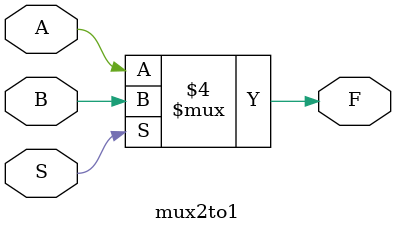
<source format=v>
module mux2to1(F, A, B, S);
input A,B,S;
output reg F;

always@(A,B,S)begin
	if (S == 0)
		F = A;
	else
		F = B;
end

endmodule

</source>
